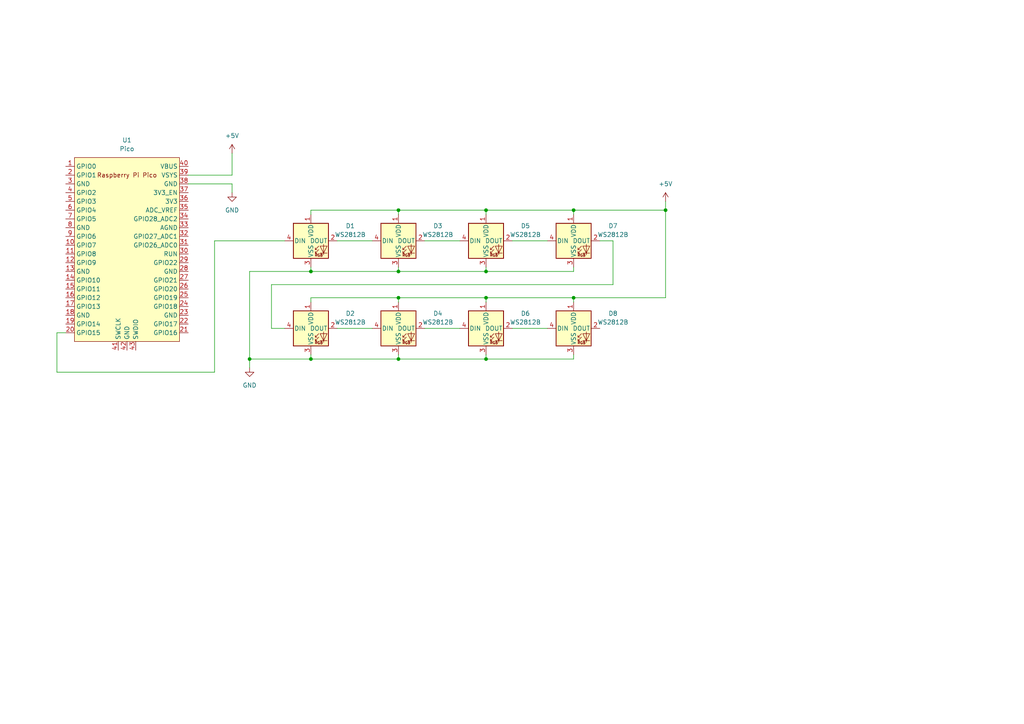
<source format=kicad_sch>
(kicad_sch (version 20211123) (generator eeschema)
  (paper "A4")
  (lib_symbols
    (symbol "LED:WS2812B" (pin_names (offset 0.254))
      (property "Reference" "D" (at 5.08 5.715 0))
      (property "Value" "WS2812B" (at 1.27 -5.715 0))
      (symbol "WS2812B_0_0"
        (text "RGB" (at 2.286 -4.191 0) (effects (font (size 0.762 0.762))))
      )
      (symbol "WS2812B_0_1"
        (polyline (pts (xy 1.27 -3.556) (xy 1.778 -3.556)))
        (polyline (pts (xy 1.27 -2.54) (xy 1.778 -2.54)))
        (polyline (pts (xy 4.699 -3.556) (xy 2.667 -3.556)))
        (polyline (pts (xy 2.286 -2.54) (xy 1.27 -3.556) (xy 1.27 -3.048)))
        (polyline (pts (xy 2.286 -1.524) (xy 1.27 -2.54) (xy 1.27 -2.032)))
        (polyline (pts (xy 3.683 -1.016) (xy 3.683 -3.556) (xy 3.683 -4.064)))
        (polyline (pts (xy 4.699 -1.524) (xy 2.667 -1.524) (xy 3.683 -3.556) (xy 4.699 -1.524)))
        (rectangle (start 5.08 5.08) (end -5.08 -5.08) (stroke (width 0.254)) (fill (type background)))
      )
      (symbol "WS2812B_1_1"
        (pin power_in line (at 0 7.62 270) (length 2.54) (name "VDD") (number "1"))
        (pin output line (at 7.62 0 180) (length 2.54) (name "DOUT") (number "2"))
        (pin power_in line (at 0 -7.62 90) (length 2.54) (name "VSS") (number "3"))
        (pin input line (at -7.62 0 0) (length 2.54) (name "DIN") (number "4"))
      )
    )
    (symbol "MCU_RaspberryPi_and_Boards:Pico"
      (property "Reference" "U" (at -13.97 27.94 0))
      (property "Value" "Pico" (at 0 19.05 0))
      (symbol "Pico_0_0"
        (text "Raspberry Pi Pico" (at 0 21.59 0) (effects (font (size 1.27 1.27))))
      )
      (symbol "Pico_0_1"
        (rectangle (start -15.24 26.67) (end 15.24 -26.67) (fill (type background)))
      )
      (symbol "Pico_1_1"
        (pin bidirectional line (at -17.78 24.13 0) (length 2.54) (name "GPIO0") (number "1"))
        (pin bidirectional line (at -17.78 1.27 0) (length 2.54) (name "GPIO7") (number "10"))
        (pin bidirectional line (at -17.78 -1.27 0) (length 2.54) (name "GPIO8") (number "11"))
        (pin bidirectional line (at -17.78 -3.81 0) (length 2.54) (name "GPIO9") (number "12"))
        (pin power_in line (at -17.78 -6.35 0) (length 2.54) (name "GND") (number "13"))
        (pin bidirectional line (at -17.78 -8.89 0) (length 2.54) (name "GPIO10") (number "14"))
        (pin bidirectional line (at -17.78 -11.43 0) (length 2.54) (name "GPIO11") (number "15"))
        (pin bidirectional line (at -17.78 -13.97 0) (length 2.54) (name "GPIO12") (number "16"))
        (pin bidirectional line (at -17.78 -16.51 0) (length 2.54) (name "GPIO13") (number "17"))
        (pin power_in line (at -17.78 -19.05 0) (length 2.54) (name "GND") (number "18"))
        (pin bidirectional line (at -17.78 -21.59 0) (length 2.54) (name "GPIO14") (number "19"))
        (pin bidirectional line (at -17.78 21.59 0) (length 2.54) (name "GPIO1") (number "2"))
        (pin bidirectional line (at -17.78 -24.13 0) (length 2.54) (name "GPIO15") (number "20"))
        (pin bidirectional line (at 17.78 -24.13 180) (length 2.54) (name "GPIO16") (number "21"))
        (pin bidirectional line (at 17.78 -21.59 180) (length 2.54) (name "GPIO17") (number "22"))
        (pin power_in line (at 17.78 -19.05 180) (length 2.54) (name "GND") (number "23"))
        (pin bidirectional line (at 17.78 -16.51 180) (length 2.54) (name "GPIO18") (number "24"))
        (pin bidirectional line (at 17.78 -13.97 180) (length 2.54) (name "GPIO19") (number "25"))
        (pin bidirectional line (at 17.78 -11.43 180) (length 2.54) (name "GPIO20") (number "26"))
        (pin bidirectional line (at 17.78 -8.89 180) (length 2.54) (name "GPIO21") (number "27"))
        (pin power_in line (at 17.78 -6.35 180) (length 2.54) (name "GND") (number "28"))
        (pin bidirectional line (at 17.78 -3.81 180) (length 2.54) (name "GPIO22") (number "29"))
        (pin power_in line (at -17.78 19.05 0) (length 2.54) (name "GND") (number "3"))
        (pin input line (at 17.78 -1.27 180) (length 2.54) (name "RUN") (number "30"))
        (pin bidirectional line (at 17.78 1.27 180) (length 2.54) (name "GPIO26_ADC0") (number "31"))
        (pin bidirectional line (at 17.78 3.81 180) (length 2.54) (name "GPIO27_ADC1") (number "32"))
        (pin power_in line (at 17.78 6.35 180) (length 2.54) (name "AGND") (number "33"))
        (pin bidirectional line (at 17.78 8.89 180) (length 2.54) (name "GPIO28_ADC2") (number "34"))
        (pin power_in line (at 17.78 11.43 180) (length 2.54) (name "ADC_VREF") (number "35"))
        (pin power_in line (at 17.78 13.97 180) (length 2.54) (name "3V3") (number "36"))
        (pin input line (at 17.78 16.51 180) (length 2.54) (name "3V3_EN") (number "37"))
        (pin bidirectional line (at 17.78 19.05 180) (length 2.54) (name "GND") (number "38"))
        (pin power_in line (at 17.78 21.59 180) (length 2.54) (name "VSYS") (number "39"))
        (pin bidirectional line (at -17.78 16.51 0) (length 2.54) (name "GPIO2") (number "4"))
        (pin power_in line (at 17.78 24.13 180) (length 2.54) (name "VBUS") (number "40"))
        (pin input line (at -2.54 -29.21 90) (length 2.54) (name "SWCLK") (number "41"))
        (pin power_in line (at 0 -29.21 90) (length 2.54) (name "GND") (number "42"))
        (pin bidirectional line (at 2.54 -29.21 90) (length 2.54) (name "SWDIO") (number "43"))
        (pin bidirectional line (at -17.78 13.97 0) (length 2.54) (name "GPIO3") (number "5"))
        (pin bidirectional line (at -17.78 11.43 0) (length 2.54) (name "GPIO4") (number "6"))
        (pin bidirectional line (at -17.78 8.89 0) (length 2.54) (name "GPIO5") (number "7"))
        (pin power_in line (at -17.78 6.35 0) (length 2.54) (name "GND") (number "8"))
        (pin bidirectional line (at -17.78 3.81 0) (length 2.54) (name "GPIO6") (number "9"))
      )
    )
    (symbol "power:+5V" (power) (pin_names (offset 0))
      (property "Value" "+5V" (at 0 3.556 0))
      (symbol "+5V_0_1"
        (polyline (pts (xy -0.762 1.27) (xy 0 2.54)))
        (polyline (pts (xy 0 0) (xy 0 2.54)))
        (polyline (pts (xy 0 2.54) (xy 0.762 1.27)))
      )
      (symbol "+5V_1_1"
        (pin power_in line (at 0 0 90) (length 0) hide (name "+5V") (number "1"))
      )
    )
    (symbol "power:GND" (power) (pin_names (offset 0))
      (property "Value" "GND" (at 0 -3.81 0))
      (symbol "GND_0_1"
        (polyline (pts (xy 0 0) (xy 0 -1.27) (xy 1.27 -1.27) (xy 0 -2.54) (xy -1.27 -1.27) (xy 0 -1.27)))
      )
      (symbol "GND_1_1"
        (pin power_in line (at 0 0 270) (length 0) hide (name "GND") (number "1"))
      )
    )
  )
  (junction (at 72.39 104.14))
  (junction (at 193.04 60.96))
  (junction (at 140.97 78.74))
  (junction (at 90.17 104.14))
  (junction (at 90.17 78.74))
  (junction (at 140.97 104.14))
  (junction (at 115.57 104.14))
  (junction (at 140.97 86.36))
  (junction (at 115.57 60.96))
  (junction (at 140.97 60.96))
  (junction (at 166.37 86.36))
  (junction (at 115.57 86.36))
  (junction (at 166.37 60.96))
  (junction (at 115.57 78.74))
  (wire (pts (xy 67.31 44.45) (xy 67.31 50.8)))
  (wire (pts (xy 115.57 77.47) (xy 115.57 78.74)))
  (wire (pts (xy 148.59 69.85) (xy 158.75 69.85)))
  (wire (pts (xy 90.17 62.23) (xy 90.17 60.96)))
  (wire (pts (xy 166.37 60.96) (xy 193.04 60.96)))
  (wire (pts (xy 115.57 78.74) (xy 90.17 78.74)))
  (wire (pts (xy 166.37 102.87) (xy 166.37 104.14)))
  (wire (pts (xy 166.37 77.47) (xy 166.37 78.74)))
  (wire (pts (xy 78.74 95.25) (xy 82.55 95.25)))
  (wire (pts (xy 123.19 69.85) (xy 133.35 69.85)))
  (wire (pts (xy 67.31 50.8) (xy 54.61 50.8)))
  (wire (pts (xy 90.17 78.74) (xy 72.39 78.74)))
  (wire (pts (xy 177.8 69.85) (xy 177.8 82.55)))
  (wire (pts (xy 166.37 60.96) (xy 166.37 62.23)))
  (wire (pts (xy 16.51 96.52) (xy 19.05 96.52)))
  (wire (pts (xy 140.97 102.87) (xy 140.97 104.14)))
  (wire (pts (xy 115.57 104.14) (xy 140.97 104.14)))
  (wire (pts (xy 62.23 69.85) (xy 62.23 107.95)))
  (wire (pts (xy 115.57 60.96) (xy 115.57 62.23)))
  (wire (pts (xy 166.37 86.36) (xy 193.04 86.36)))
  (wire (pts (xy 140.97 60.96) (xy 166.37 60.96)))
  (wire (pts (xy 115.57 86.36) (xy 115.57 87.63)))
  (wire (pts (xy 90.17 104.14) (xy 115.57 104.14)))
  (wire (pts (xy 166.37 78.74) (xy 140.97 78.74)))
  (wire (pts (xy 90.17 86.36) (xy 115.57 86.36)))
  (wire (pts (xy 166.37 86.36) (xy 166.37 87.63)))
  (wire (pts (xy 62.23 69.85) (xy 82.55 69.85)))
  (wire (pts (xy 115.57 60.96) (xy 140.97 60.96)))
  (wire (pts (xy 67.31 53.34) (xy 54.61 53.34)))
  (wire (pts (xy 97.79 69.85) (xy 107.95 69.85)))
  (wire (pts (xy 78.74 82.55) (xy 78.74 95.25)))
  (wire (pts (xy 115.57 102.87) (xy 115.57 104.14)))
  (wire (pts (xy 16.51 107.95) (xy 16.51 96.52)))
  (wire (pts (xy 62.23 107.95) (xy 16.51 107.95)))
  (wire (pts (xy 72.39 104.14) (xy 72.39 106.68)))
  (wire (pts (xy 177.8 82.55) (xy 78.74 82.55)))
  (wire (pts (xy 90.17 77.47) (xy 90.17 78.74)))
  (wire (pts (xy 67.31 55.88) (xy 67.31 53.34)))
  (wire (pts (xy 140.97 86.36) (xy 140.97 87.63)))
  (wire (pts (xy 140.97 86.36) (xy 166.37 86.36)))
  (wire (pts (xy 90.17 102.87) (xy 90.17 104.14)))
  (wire (pts (xy 72.39 78.74) (xy 72.39 104.14)))
  (wire (pts (xy 193.04 58.42) (xy 193.04 60.96)))
  (wire (pts (xy 90.17 60.96) (xy 115.57 60.96)))
  (wire (pts (xy 115.57 86.36) (xy 140.97 86.36)))
  (wire (pts (xy 123.19 95.25) (xy 133.35 95.25)))
  (wire (pts (xy 140.97 78.74) (xy 115.57 78.74)))
  (wire (pts (xy 193.04 60.96) (xy 193.04 86.36)))
  (wire (pts (xy 90.17 87.63) (xy 90.17 86.36)))
  (wire (pts (xy 140.97 104.14) (xy 166.37 104.14)))
  (wire (pts (xy 173.99 69.85) (xy 177.8 69.85)))
  (wire (pts (xy 148.59 95.25) (xy 158.75 95.25)))
  (wire (pts (xy 140.97 60.96) (xy 140.97 62.23)))
  (wire (pts (xy 140.97 77.47) (xy 140.97 78.74)))
  (wire (pts (xy 97.79 95.25) (xy 107.95 95.25)))
  (wire (pts (xy 72.39 104.14) (xy 90.17 104.14)))
  (symbol (lib_id "LED:WS2812B") (at 166.37 69.85 0) (unit 1)
    (property "Reference" "D7" (at 177.8 65.5193 0))
    (property "Value" "WS2812B" (at 177.8 68.0593 0))
    (property "Footprint" "LED_SMD:LED_WS2812B_PLCC4_5.0x5.0mm_P3.2mm" (effects hide))
    (property "Datasheet" "https://cdn-shop.adafruit.com/datasheets/WS2812B.pdf" (effects hide))
  )
  (symbol (lib_id "LED:WS2812B") (at 90.17 95.25 0) (unit 1)
    (property "Reference" "D2" (at 101.6 90.9193 0))
    (property "Value" "WS2812B" (at 101.6 93.4593 0))
    (property "Footprint" "LED_SMD:LED_WS2812B_PLCC4_5.0x5.0mm_P3.2mm" (effects hide))
    (property "Datasheet" "https://cdn-shop.adafruit.com/datasheets/WS2812B.pdf" (effects hide))
  )
  (symbol (lib_id "power:+5V") (at 193.04 58.42 0) (unit 1)
    (property "Reference" "#PWR0102" (effects hide))
    (property "Value" "+5V" (at 193.04 53.34 0))
  )
  (symbol (lib_id "power:+5V") (at 67.31 44.45 0) (unit 1)
    (property "Reference" "#PWR0103" (effects hide))
    (property "Value" "+5V" (at 67.31 39.37 0))
  )
  (symbol (lib_id "power:GND") (at 67.31 55.88 0) (unit 1)
    (property "Reference" "#PWR0104" (effects hide))
    (property "Value" "GND" (at 67.31 60.96 0))
  )
  (symbol (lib_id "power:GND") (at 72.39 106.68 0) (unit 1)
    (property "Reference" "#PWR0101" (effects hide))
    (property "Value" "GND" (at 72.39 111.76 0))
  )
  (symbol (lib_id "LED:WS2812B") (at 115.57 69.85 0) (unit 1)
    (property "Reference" "D3" (at 127 65.5193 0))
    (property "Value" "WS2812B" (at 127 68.0593 0))
    (property "Footprint" "LED_SMD:LED_WS2812B_PLCC4_5.0x5.0mm_P3.2mm" (effects hide))
    (property "Datasheet" "https://cdn-shop.adafruit.com/datasheets/WS2812B.pdf" (effects hide))
  )
  (symbol (lib_id "LED:WS2812B") (at 166.37 95.25 0) (unit 1)
    (property "Reference" "D8" (at 177.8 90.9193 0))
    (property "Value" "WS2812B" (at 177.8 93.4593 0))
    (property "Footprint" "LED_SMD:LED_WS2812B_PLCC4_5.0x5.0mm_P3.2mm" (effects hide))
    (property "Datasheet" "https://cdn-shop.adafruit.com/datasheets/WS2812B.pdf" (effects hide))
  )
  (symbol (lib_id "LED:WS2812B") (at 115.57 95.25 0) (unit 1)
    (property "Reference" "D4" (at 127 90.9193 0))
    (property "Value" "WS2812B" (at 127 93.4593 0))
    (property "Footprint" "LED_SMD:LED_WS2812B_PLCC4_5.0x5.0mm_P3.2mm" (effects hide))
    (property "Datasheet" "https://cdn-shop.adafruit.com/datasheets/WS2812B.pdf" (effects hide))
  )
  (symbol (lib_id "LED:WS2812B") (at 140.97 69.85 0) (unit 1)
    (property "Reference" "D5" (at 152.4 65.5193 0))
    (property "Value" "WS2812B" (at 152.4 68.0593 0))
    (property "Footprint" "LED_SMD:LED_WS2812B_PLCC4_5.0x5.0mm_P3.2mm" (effects hide))
    (property "Datasheet" "https://cdn-shop.adafruit.com/datasheets/WS2812B.pdf" (effects hide))
  )
  (symbol (lib_id "LED:WS2812B") (at 140.97 95.25 0) (unit 1)
    (property "Reference" "D6" (at 152.4 90.9193 0))
    (property "Value" "WS2812B" (at 152.4 93.4593 0))
    (property "Footprint" "LED_SMD:LED_WS2812B_PLCC4_5.0x5.0mm_P3.2mm" (effects hide))
    (property "Datasheet" "https://cdn-shop.adafruit.com/datasheets/WS2812B.pdf" (effects hide))
  )
  (symbol (lib_id "LED:WS2812B") (at 90.17 69.85 0) (unit 1)
    (property "Reference" "D1" (at 101.6 65.5193 0))
    (property "Value" "WS2812B" (at 101.6 68.0593 0))
    (property "Footprint" "LED_SMD:LED_WS2812B_PLCC4_5.0x5.0mm_P3.2mm" (effects hide))
    (property "Datasheet" "https://cdn-shop.adafruit.com/datasheets/WS2812B.pdf" (effects hide))
  )
  (symbol (lib_id "MCU_RaspberryPi_and_Boards:Pico") (at 36.83 72.39 0) (unit 1)
    (property "Reference" "U1" (at 36.83 40.64 0))
    (property "Value" "Pico" (at 36.83 43.18 0))
    (property "Footprint" "MCU_RaspberryPi_and_Boards:RPi_Pico_SMD_TH" (effects hide))
  )
)
</source>
